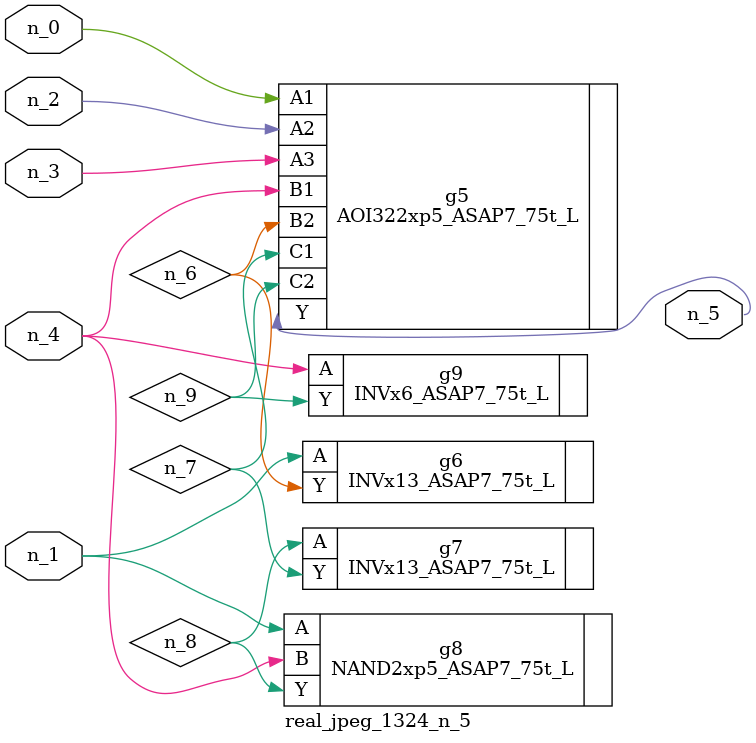
<source format=v>
module real_jpeg_1324_n_5 (n_4, n_0, n_1, n_2, n_3, n_5);

input n_4;
input n_0;
input n_1;
input n_2;
input n_3;

output n_5;

wire n_8;
wire n_6;
wire n_7;
wire n_9;

AOI322xp5_ASAP7_75t_L g5 ( 
.A1(n_0),
.A2(n_2),
.A3(n_3),
.B1(n_4),
.B2(n_6),
.C1(n_7),
.C2(n_9),
.Y(n_5)
);

INVx13_ASAP7_75t_L g6 ( 
.A(n_1),
.Y(n_6)
);

NAND2xp5_ASAP7_75t_L g8 ( 
.A(n_1),
.B(n_4),
.Y(n_8)
);

INVx6_ASAP7_75t_L g9 ( 
.A(n_4),
.Y(n_9)
);

INVx13_ASAP7_75t_L g7 ( 
.A(n_8),
.Y(n_7)
);


endmodule
</source>
